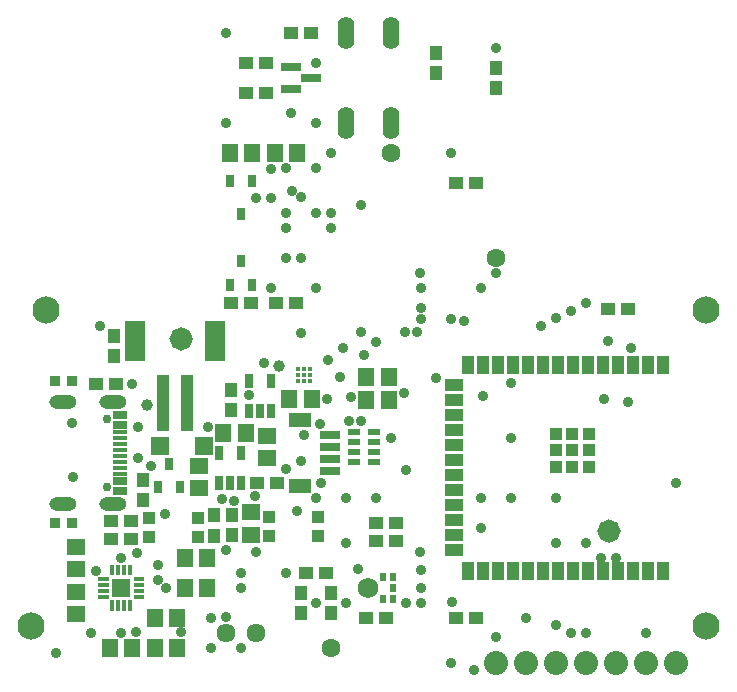
<source format=gbr>
G04*
G04 #@! TF.GenerationSoftware,Altium Limited,Altium Designer,26.1.1 (7)*
G04*
G04 Layer_Color=8388736*
%FSLAX44Y44*%
%MOMM*%
G71*
G04*
G04 #@! TF.SameCoordinates,FB23F88C-E865-406B-BE6F-A8DC1CEE19A6*
G04*
G04*
G04 #@! TF.FilePolarity,Negative*
G04*
G01*
G75*
%ADD15R,0.8001X0.2799*%
%ADD25R,0.2799X0.8001*%
%ADD39C,0.4699*%
%ADD40R,1.0015X1.6017*%
%ADD41R,1.6017X1.0015*%
%ADD42R,1.0015X1.0015*%
%ADD43R,1.6017X1.3416*%
%ADD44R,0.6515X1.3015*%
%ADD45R,1.3416X1.6017*%
%ADD46R,1.1016X1.2017*%
%ADD47R,1.6515X0.7016*%
%ADD48R,1.2017X1.1016*%
%ADD49R,1.0015X0.5517*%
%ADD50R,0.7366X1.1176*%
%ADD51R,0.6266X0.7016*%
G04:AMPARAMS|DCode=52|XSize=1.6017mm|YSize=1.6017mm|CornerRadius=0.8009mm|HoleSize=0mm|Usage=FLASHONLY|Rotation=0.000|XOffset=0mm|YOffset=0mm|HoleType=Round|Shape=RoundedRectangle|*
%AMROUNDEDRECTD52*
21,1,1.6017,0.0000,0,0,0.0*
21,1,0.0000,1.6017,0,0,0.0*
1,1,1.6017,0.0000,0.0000*
1,1,1.6017,0.0000,0.0000*
1,1,1.6017,0.0000,0.0000*
1,1,1.6017,0.0000,0.0000*
%
%ADD52ROUNDEDRECTD52*%
%ADD53R,1.1016X4.7015*%
%ADD54R,1.7016X3.5016*%
%ADD55R,0.9017X0.9017*%
%ADD56R,1.2517X0.6767*%
G04:AMPARAMS|DCode=57|XSize=0.3767mm|YSize=0.3767mm|CornerRadius=0.1883mm|HoleSize=0mm|Usage=FLASHONLY|Rotation=90.000|XOffset=0mm|YOffset=0mm|HoleType=Round|Shape=RoundedRectangle|*
%AMROUNDEDRECTD57*
21,1,0.3767,0.0000,0,0,90.0*
21,1,0.0000,0.3767,0,0,90.0*
1,1,0.3767,0.0000,0.0000*
1,1,0.3767,0.0000,0.0000*
1,1,0.3767,0.0000,0.0000*
1,1,0.3767,0.0000,0.0000*
%
%ADD57ROUNDEDRECTD57*%
%ADD58R,1.9017X1.3015*%
%ADD59R,0.7016X1.0015*%
%ADD60R,1.6515X0.7516*%
%ADD61R,1.6017X1.6017*%
%ADD62R,1.2517X0.3767*%
%ADD63R,1.5017X1.5017*%
G04:AMPARAMS|DCode=64|XSize=1.1016mm|YSize=1.1016mm|CornerRadius=0.5508mm|HoleSize=0mm|Usage=FLASHONLY|Rotation=270.000|XOffset=0mm|YOffset=0mm|HoleType=Round|Shape=RoundedRectangle|*
%AMROUNDEDRECTD64*
21,1,1.1016,0.0000,0,0,270.0*
21,1,0.0000,1.1016,0,0,270.0*
1,1,1.1016,0.0000,0.0000*
1,1,1.1016,0.0000,0.0000*
1,1,1.1016,0.0000,0.0000*
1,1,1.1016,0.0000,0.0000*
%
%ADD64ROUNDEDRECTD64*%
%ADD65C,1.7267*%
%ADD66C,2.0320*%
%ADD67O,1.4224X2.7432*%
%ADD68C,0.7516*%
%ADD69C,2.3015*%
%ADD70C,1.6096*%
%ADD71O,2.3175X1.2095*%
%ADD72C,0.9017*%
%ADD73C,0.9906*%
G36*
X96301Y56800D02*
X92803D01*
Y65601D01*
X96301D01*
Y56800D01*
D02*
G37*
G36*
X101299D02*
X97802D01*
Y65601D01*
X101299D01*
Y56800D01*
D02*
G37*
G36*
X82651Y66949D02*
Y70449D01*
X91452D01*
Y66949D01*
X82651D01*
D02*
G37*
G36*
Y71951D02*
Y75451D01*
X91452D01*
Y71951D01*
X82651D01*
D02*
G37*
G36*
Y76949D02*
Y80449D01*
X91452D01*
Y76949D01*
X82651D01*
D02*
G37*
G36*
Y81951D02*
Y85451D01*
X91452D01*
Y81951D01*
X82651D01*
D02*
G37*
G36*
X92803Y95601D02*
X96301D01*
Y86799D01*
X92803D01*
Y95601D01*
D02*
G37*
G36*
X97802D02*
X101299D01*
Y86799D01*
X97802D01*
Y95601D01*
D02*
G37*
G36*
X106301Y56800D02*
X102803D01*
Y65601D01*
X106301D01*
Y56800D01*
D02*
G37*
G36*
X111299D02*
X107802D01*
Y65601D01*
X111299D01*
Y56800D01*
D02*
G37*
G36*
X121452Y70449D02*
Y66949D01*
X112651D01*
Y70449D01*
X121452D01*
D02*
G37*
G36*
Y75451D02*
Y71951D01*
X112651D01*
Y75451D01*
X121452D01*
D02*
G37*
G36*
Y80449D02*
Y76949D01*
X112651D01*
Y80449D01*
X121452D01*
D02*
G37*
G36*
Y85451D02*
Y81951D01*
X112651D01*
Y85451D01*
X121452D01*
D02*
G37*
G36*
X107802Y95601D02*
X111299D01*
Y86799D01*
X107802D01*
Y95601D01*
D02*
G37*
G36*
X102803D02*
X106301D01*
Y86799D01*
X102803D01*
Y95601D01*
D02*
G37*
D15*
X87050Y83701D02*
D03*
Y78699D02*
D03*
Y73701D02*
D03*
X117052Y78699D02*
D03*
Y83701D02*
D03*
Y73701D02*
D03*
Y68699D02*
D03*
X87050D02*
D03*
D25*
X104551Y61199D02*
D03*
X109552D02*
D03*
X99552Y91201D02*
D03*
X104551D02*
D03*
X94551D02*
D03*
X109552D02*
D03*
X99552Y61199D02*
D03*
X94551D02*
D03*
D39*
X515020Y131778D02*
G03*
X507519Y124277I0J-7501D01*
G01*
D02*
G03*
X515020Y116777I7501J0D01*
G01*
D02*
G03*
X522520Y124277I0J7501D01*
G01*
D02*
G03*
X515020Y131778I-7501J0D01*
G01*
X152851Y294521D02*
G03*
X145351Y287020I0J-7501D01*
G01*
D02*
G03*
X152851Y279519I7501J0D01*
G01*
D02*
G03*
X160352Y287020I0J7501D01*
G01*
D02*
G03*
X152851Y294521I-7501J0D01*
G01*
D40*
X561052Y265301D02*
D03*
X548352D02*
D03*
X535652D02*
D03*
X522952D02*
D03*
X510252D02*
D03*
X497552D02*
D03*
X484852D02*
D03*
X472152D02*
D03*
X459452D02*
D03*
X446752D02*
D03*
X434052D02*
D03*
X421352D02*
D03*
X408652D02*
D03*
X395952D02*
D03*
Y90300D02*
D03*
X408652D02*
D03*
X421352D02*
D03*
X434052D02*
D03*
X446752D02*
D03*
X459452D02*
D03*
X472152D02*
D03*
X484852D02*
D03*
X497552D02*
D03*
X510252D02*
D03*
X522952D02*
D03*
X535652D02*
D03*
X548352D02*
D03*
X561052D02*
D03*
D41*
X383450Y247650D02*
D03*
Y234950D02*
D03*
Y222250D02*
D03*
Y209550D02*
D03*
Y196850D02*
D03*
Y184150D02*
D03*
Y171450D02*
D03*
Y158750D02*
D03*
Y146050D02*
D03*
Y133350D02*
D03*
Y120650D02*
D03*
Y107950D02*
D03*
D42*
X483851Y192801D02*
D03*
X497852Y206799D02*
D03*
X483851D02*
D03*
X469851D02*
D03*
Y192801D02*
D03*
Y178801D02*
D03*
X483851D02*
D03*
X497852D02*
D03*
Y192801D02*
D03*
X167002Y135636D02*
D03*
X126001D02*
D03*
X268602Y136271D02*
D03*
X227601D02*
D03*
X167002Y119634D02*
D03*
X126001D02*
D03*
X268602Y120269D02*
D03*
X227601D02*
D03*
D43*
X211929Y140218D02*
D03*
X225114Y186080D02*
D03*
X63951Y54000D02*
D03*
Y92100D02*
D03*
X167982Y160630D02*
D03*
X211929Y121219D02*
D03*
X225114Y205080D02*
D03*
X63951Y111100D02*
D03*
Y73000D02*
D03*
X167982Y179629D02*
D03*
D44*
X184500Y190802D02*
D03*
X193999Y164798D02*
D03*
X219653Y225758D02*
D03*
X210154Y251762D02*
D03*
X229153D02*
D03*
Y225758D02*
D03*
X210154D02*
D03*
X203499Y190802D02*
D03*
Y164798D02*
D03*
X184500D02*
D03*
D45*
X188437Y207518D02*
D03*
X309722Y254635D02*
D03*
Y235585D02*
D03*
X130652Y50800D02*
D03*
X263443Y236220D02*
D03*
X207436Y207518D02*
D03*
X328721Y254635D02*
D03*
Y235585D02*
D03*
X213151Y444500D02*
D03*
X232252D02*
D03*
X149651Y50800D02*
D03*
X175051Y76200D02*
D03*
Y101600D02*
D03*
X156052D02*
D03*
Y76200D02*
D03*
X111551Y25400D02*
D03*
X92552D02*
D03*
X149651D02*
D03*
X130652D02*
D03*
X251251Y444500D02*
D03*
X194152D02*
D03*
X244444Y236220D02*
D03*
D46*
X196031Y138039D02*
D03*
X419551Y499501D02*
D03*
X279851Y55001D02*
D03*
X180283Y137531D02*
D03*
X195269Y226451D02*
D03*
X120466Y150505D02*
D03*
X279851Y71999D02*
D03*
X254451Y55001D02*
D03*
X180283Y120533D02*
D03*
X196031Y121041D02*
D03*
X254451Y71999D02*
D03*
X368751Y529199D02*
D03*
Y512201D02*
D03*
X419551Y516499D02*
D03*
X120466Y167503D02*
D03*
X195269Y243449D02*
D03*
X95701Y272171D02*
D03*
Y289169D02*
D03*
D47*
X278932Y185499D02*
D03*
Y175499D02*
D03*
Y205501D02*
D03*
Y195501D02*
D03*
D48*
X513922Y312420D02*
D03*
X195152Y317500D02*
D03*
X402650Y419100D02*
D03*
X224850Y520700D02*
D03*
Y495300D02*
D03*
X309452Y50800D02*
D03*
X110677Y132842D02*
D03*
X80852Y248920D02*
D03*
X317707Y131445D02*
D03*
Y116205D02*
D03*
X530920Y312420D02*
D03*
X250250Y317500D02*
D03*
X245952Y546100D02*
D03*
X326450Y50800D02*
D03*
X402650D02*
D03*
X385652D02*
D03*
X334705Y131445D02*
D03*
Y116205D02*
D03*
X275650Y88900D02*
D03*
X258652D02*
D03*
X262950Y546100D02*
D03*
X207852Y495300D02*
D03*
Y520700D02*
D03*
X385652Y419100D02*
D03*
X233252Y317500D02*
D03*
X212150D02*
D03*
X97850Y248920D02*
D03*
X93679Y132842D02*
D03*
X233740Y164973D02*
D03*
X216742D02*
D03*
X110423Y117348D02*
D03*
X93425D02*
D03*
D49*
X316290Y208580D02*
D03*
Y199580D02*
D03*
X299292Y208580D02*
D03*
Y199580D02*
D03*
Y191579D02*
D03*
Y182580D02*
D03*
X316290D02*
D03*
Y191579D02*
D03*
D50*
X213151Y332900D02*
D03*
X194152D02*
D03*
X203651Y352900D02*
D03*
X133065Y161323D02*
D03*
X152064D02*
D03*
X142564Y181323D02*
D03*
D51*
X331952Y67201D02*
D03*
Y85199D02*
D03*
X323450D02*
D03*
Y67201D02*
D03*
X331952Y76200D02*
D03*
D52*
X279851Y25400D02*
D03*
X419551Y355600D02*
D03*
X330651Y444500D02*
D03*
D53*
X137771Y232875D02*
D03*
X157771D02*
D03*
D54*
X113771Y284876D02*
D03*
X181772D02*
D03*
D55*
X45656Y251460D02*
D03*
X60657D02*
D03*
X45656Y130810D02*
D03*
X60657D02*
D03*
D56*
X100672Y222499D02*
D03*
Y158501D02*
D03*
Y166500D02*
D03*
Y214501D02*
D03*
D57*
X251990Y251539D02*
D03*
X256991D02*
D03*
X261992Y256540D02*
D03*
Y251539D02*
D03*
Y261541D02*
D03*
X256991D02*
D03*
X251990D02*
D03*
X256991Y256540D02*
D03*
X251990D02*
D03*
D58*
X253451Y218501D02*
D03*
Y162499D02*
D03*
D59*
X213151Y420401D02*
D03*
X203651Y392399D02*
D03*
X194152Y420401D02*
D03*
D60*
X245952Y498399D02*
D03*
X262950Y508000D02*
D03*
X245952Y517601D02*
D03*
D61*
X102051Y76200D02*
D03*
D62*
X100672Y192999D02*
D03*
Y182999D02*
D03*
Y198001D02*
D03*
Y188001D02*
D03*
Y172999D02*
D03*
Y178001D02*
D03*
Y202999D02*
D03*
Y208001D02*
D03*
D63*
X134860Y196088D02*
D03*
X171858D02*
D03*
D64*
X515020Y124277D02*
D03*
X152851Y287020D02*
D03*
D65*
X310852Y76200D02*
D03*
D66*
X495751Y12700D02*
D03*
X571951D02*
D03*
X521151D02*
D03*
X546551D02*
D03*
X470351D02*
D03*
X444951D02*
D03*
X419551D02*
D03*
D67*
X292551Y469900D02*
D03*
Y546100D02*
D03*
X330651Y469900D02*
D03*
Y546100D02*
D03*
D68*
X89920Y219400D02*
D03*
Y161600D02*
D03*
D69*
X38551Y311150D02*
D03*
X25851Y43815D02*
D03*
X597351Y311150D02*
D03*
Y43815D02*
D03*
D70*
X215952Y38100D02*
D03*
X190951D02*
D03*
D71*
X94922Y233700D02*
D03*
Y147300D02*
D03*
X53121D02*
D03*
Y233700D02*
D03*
D72*
X80532Y90477D02*
D03*
X546551Y38100D02*
D03*
X279851Y393700D02*
D03*
X571951Y165100D02*
D03*
X470351Y152400D02*
D03*
X432251D02*
D03*
X406851D02*
D03*
X355670Y303784D02*
D03*
X391911Y302560D02*
D03*
X354870Y342900D02*
D03*
X514166Y285029D02*
D03*
X175711Y212725D02*
D03*
X277311Y269240D02*
D03*
X241751Y176530D02*
D03*
X197936Y149860D02*
D03*
X305251Y400241D02*
D03*
X229051Y406400D02*
D03*
X76651Y38100D02*
D03*
X133166Y95885D02*
D03*
X251276Y141605D02*
D03*
X256991Y205740D02*
D03*
X138881Y138430D02*
D03*
X60141Y215900D02*
D03*
X61411Y170180D02*
D03*
X270326Y215265D02*
D03*
X290011Y279400D02*
D03*
X317951Y284480D02*
D03*
X254451Y183515D02*
D03*
X187141Y151130D02*
D03*
X276676Y236220D02*
D03*
X270961Y165100D02*
D03*
X343351Y176339D02*
D03*
X432251Y203200D02*
D03*
X292551Y152400D02*
D03*
Y114300D02*
D03*
X267235Y152484D02*
D03*
X229051Y330200D02*
D03*
X216351Y406400D02*
D03*
X241751Y381000D02*
D03*
Y355600D02*
D03*
X279851Y444500D02*
D03*
X245952Y478399D02*
D03*
X302236Y91915D02*
D03*
X203651Y88900D02*
D03*
X216351Y106952D02*
D03*
X343351Y63500D02*
D03*
X203651Y75819D02*
D03*
X152851Y38679D02*
D03*
X178251Y50800D02*
D03*
X102051Y101600D02*
D03*
X381827Y63876D02*
D03*
X419551Y34862D02*
D03*
X381451Y12700D02*
D03*
X126915Y179169D02*
D03*
X408088Y238316D02*
D03*
X470351Y114300D02*
D03*
X483051Y38100D02*
D03*
X356051Y313563D02*
D03*
X296996Y238125D02*
D03*
X295091Y217170D02*
D03*
X368751Y254000D02*
D03*
X254451Y292100D02*
D03*
X457651Y297878D02*
D03*
X355371Y106680D02*
D03*
X531311Y233893D02*
D03*
X533851Y279400D02*
D03*
X406851Y330200D02*
D03*
X279851Y381000D02*
D03*
X419551Y342900D02*
D03*
X521151Y101600D02*
D03*
X342335Y292839D02*
D03*
X356051Y91740D02*
D03*
Y63500D02*
D03*
X241751Y393700D02*
D03*
X267151Y469900D02*
D03*
Y431800D02*
D03*
X228670Y431221D02*
D03*
X116021Y186588D02*
D03*
X432251Y249746D02*
D03*
X470351Y304419D02*
D03*
X495751Y317500D02*
D03*
Y114300D02*
D03*
Y38100D02*
D03*
X352114Y292839D02*
D03*
X380938Y304287D02*
D03*
X444951Y50800D02*
D03*
X292551Y63500D02*
D03*
X46626Y20775D02*
D03*
X400481Y6540D02*
D03*
X317951Y152400D02*
D03*
X406851Y127000D02*
D03*
X304809Y292542D02*
D03*
X341446Y241300D02*
D03*
X330651Y203200D02*
D03*
X267151Y63500D02*
D03*
X470351Y44640D02*
D03*
X508451Y101600D02*
D03*
X356051Y330200D02*
D03*
X483051Y310959D02*
D03*
X510991Y236220D02*
D03*
X287398Y255079D02*
D03*
X304870Y217170D02*
D03*
X307598Y273241D02*
D03*
X267151Y330200D02*
D03*
X190951Y51420D02*
D03*
Y108140D02*
D03*
X203651Y25400D02*
D03*
X178251D02*
D03*
X114751Y38679D02*
D03*
X140151Y76200D02*
D03*
X102051Y38100D02*
D03*
X133237Y83114D02*
D03*
X356051Y76200D02*
D03*
X241751Y88900D02*
D03*
X267151Y520700D02*
D03*
X190951Y469900D02*
D03*
Y546100D02*
D03*
X381451Y444500D02*
D03*
X419551Y533400D02*
D03*
X246399Y412560D02*
D03*
X241751Y431800D02*
D03*
X254451Y406781D02*
D03*
X267151Y393700D02*
D03*
X254451Y355600D02*
D03*
X84271Y297729D02*
D03*
X110941Y248920D02*
D03*
X116120Y212189D02*
D03*
X215081Y153670D02*
D03*
X223395Y266360D02*
D03*
X115386Y105410D02*
D03*
X210001Y239451D02*
D03*
D73*
X235274Y263779D02*
D03*
X123771Y231010D02*
D03*
M02*

</source>
